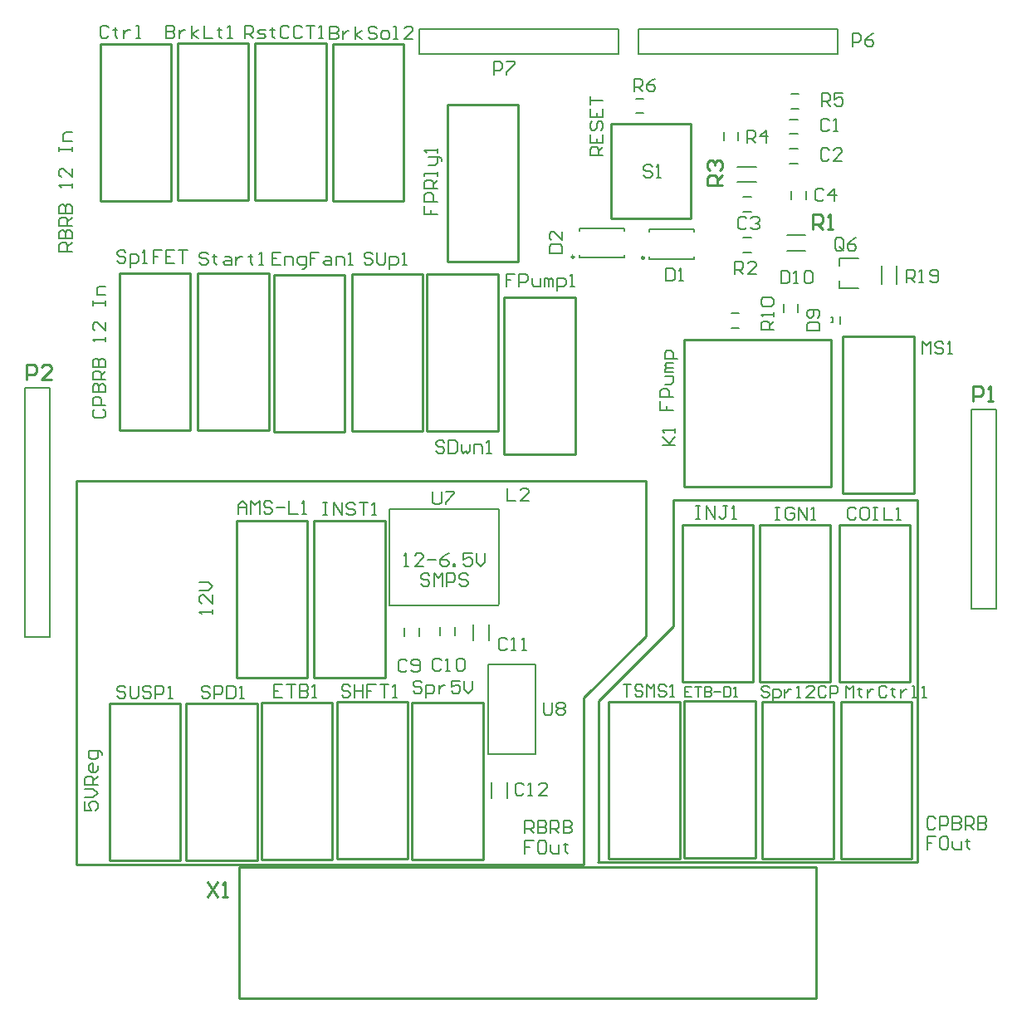
<source format=gto>
G04*
G04 #@! TF.GenerationSoftware,Altium Limited,Altium Designer,18.0.11 (651)*
G04*
G04 Layer_Color=65535*
%FSLAX44Y44*%
%MOMM*%
G71*
G01*
G75*
%ADD10C,0.2500*%
%ADD11C,0.2000*%
%ADD12C,0.2540*%
%ADD13C,0.2032*%
D10*
X1071824Y1521176D02*
G03*
X1071824Y1521176I-1250J0D01*
G01*
X1143452Y1520160D02*
G03*
X1143452Y1520160I-1250J0D01*
G01*
D11*
X914100Y1728300D02*
Y1753700D01*
X1117300D01*
Y1728300D02*
Y1753700D01*
X914100Y1728300D02*
X1117300D01*
X1137300D02*
Y1753700D01*
X1340500D01*
Y1728300D02*
Y1753700D01*
X1137300Y1728300D02*
X1340500D01*
X1288948Y1543180D02*
X1307948D01*
X1288948Y1527680D02*
X1307948D01*
X1292000Y1661500D02*
X1300000D01*
X1292000Y1646500D02*
X1300000D01*
X1224500Y1640000D02*
Y1648000D01*
X1239500Y1640000D02*
Y1648000D01*
X1238402Y1612776D02*
X1257402D01*
X1238402Y1597276D02*
X1257402D01*
X1135000Y1682500D02*
X1143000D01*
X1135000Y1667500D02*
X1143000D01*
X1244664Y1525644D02*
X1252664D01*
X1244664Y1540644D02*
X1252664D01*
X1244664Y1582300D02*
X1252664D01*
X1244664Y1567300D02*
X1252664D01*
X1293500Y1580000D02*
Y1588000D01*
X1308500Y1580000D02*
Y1588000D01*
X1292000Y1616500D02*
X1300000D01*
X1292000Y1631500D02*
X1300000D01*
X1077074Y1520176D02*
X1123074D01*
X1077074Y1550176D02*
X1123074D01*
Y1520176D02*
Y1522676D01*
X1077074Y1520176D02*
Y1522676D01*
X1123074Y1547676D02*
Y1550176D01*
X1077074Y1547676D02*
Y1550176D01*
X1300360Y1464882D02*
Y1472882D01*
X1285360Y1464882D02*
Y1472882D01*
X1400940Y1493164D02*
Y1512164D01*
X1385440Y1493164D02*
Y1512164D01*
X1232434Y1448682D02*
X1240434D01*
X1232434Y1463682D02*
X1240434D01*
X537700Y1133700D02*
Y1368650D01*
Y1387700D01*
X512300D02*
X537700D01*
X512300Y1133700D02*
Y1387700D01*
Y1133700D02*
X537700D01*
X1477300Y1365500D02*
X1502700D01*
Y1162300D02*
Y1365500D01*
X1477300Y1162300D02*
X1502700D01*
X1477300D02*
Y1365500D01*
X1342796Y1488947D02*
Y1496688D01*
Y1511688D02*
Y1519422D01*
X1003934Y969138D02*
Y985138D01*
X987934Y969138D02*
Y985138D01*
X913772Y1134682D02*
Y1142682D01*
X898772Y1134682D02*
Y1142682D01*
X950094Y1135444D02*
Y1143444D01*
X935094Y1135444D02*
Y1143444D01*
X968884Y1129920D02*
Y1145920D01*
X984884Y1129920D02*
Y1145920D01*
X1293000Y1672500D02*
X1301000D01*
X1293000Y1687500D02*
X1301000D01*
X1148702Y1546660D02*
Y1549160D01*
X1194702Y1546660D02*
Y1549160D01*
X1148702Y1519160D02*
Y1521660D01*
X1194702Y1519160D02*
Y1521660D01*
X1148702Y1549160D02*
X1194702D01*
X1148702Y1519160D02*
X1194702D01*
X1440664Y948225D02*
X1438498Y950391D01*
X1434166D01*
X1432000Y948225D01*
Y939561D01*
X1434166Y937395D01*
X1438498D01*
X1440664Y939561D01*
X1444996Y937395D02*
Y950391D01*
X1451494D01*
X1453660Y948225D01*
Y943893D01*
X1451494Y941727D01*
X1444996D01*
X1457992Y950391D02*
Y937395D01*
X1464489D01*
X1466655Y939561D01*
Y941727D01*
X1464489Y943893D01*
X1457992D01*
X1464489D01*
X1466655Y946059D01*
Y948225D01*
X1464489Y950391D01*
X1457992D01*
X1470987Y937395D02*
Y950391D01*
X1477485D01*
X1479651Y948225D01*
Y943893D01*
X1477485Y941727D01*
X1470987D01*
X1475319D02*
X1479651Y937395D01*
X1483983Y950391D02*
Y937395D01*
X1490481D01*
X1492647Y939561D01*
Y941727D01*
X1490481Y943893D01*
X1483983D01*
X1490481D01*
X1492647Y946059D01*
Y948225D01*
X1490481Y950391D01*
X1483983D01*
X1440664Y929996D02*
X1432000D01*
Y923498D01*
X1436332D01*
X1432000D01*
Y917000D01*
X1451494Y929996D02*
X1447162D01*
X1444996Y927830D01*
Y919166D01*
X1447162Y917000D01*
X1451494D01*
X1453660Y919166D01*
Y927830D01*
X1451494Y929996D01*
X1457992Y925664D02*
Y919166D01*
X1460158Y917000D01*
X1466655D01*
Y925664D01*
X1473153Y927830D02*
Y925664D01*
X1470987D01*
X1475319D01*
X1473153D01*
Y919166D01*
X1475319Y917000D01*
X1022000Y933395D02*
Y946391D01*
X1028498D01*
X1030664Y944225D01*
Y939893D01*
X1028498Y937727D01*
X1022000D01*
X1026332D02*
X1030664Y933395D01*
X1034996Y946391D02*
Y933395D01*
X1041494D01*
X1043660Y935561D01*
Y937727D01*
X1041494Y939893D01*
X1034996D01*
X1041494D01*
X1043660Y942059D01*
Y944225D01*
X1041494Y946391D01*
X1034996D01*
X1047992Y933395D02*
Y946391D01*
X1054490D01*
X1056656Y944225D01*
Y939893D01*
X1054490Y937727D01*
X1047992D01*
X1052324D02*
X1056656Y933395D01*
X1060987Y946391D02*
Y933395D01*
X1067485D01*
X1069651Y935561D01*
Y937727D01*
X1067485Y939893D01*
X1060987D01*
X1067485D01*
X1069651Y942059D01*
Y944225D01*
X1067485Y946391D01*
X1060987D01*
X1030664Y925996D02*
X1022000D01*
Y919498D01*
X1026332D01*
X1022000D01*
Y913000D01*
X1041494Y925996D02*
X1037162D01*
X1034996Y923830D01*
Y915166D01*
X1037162Y913000D01*
X1041494D01*
X1043660Y915166D01*
Y923830D01*
X1041494Y925996D01*
X1047992Y921664D02*
Y915166D01*
X1050158Y913000D01*
X1056656D01*
Y921664D01*
X1063153Y923830D02*
Y921664D01*
X1060987D01*
X1065319D01*
X1063153D01*
Y915166D01*
X1065319Y913000D01*
X898631Y1205876D02*
X902963D01*
X900797D01*
Y1218872D01*
X898631Y1216706D01*
X918125Y1205876D02*
X909461D01*
X918125Y1214540D01*
Y1216706D01*
X915959Y1218872D01*
X911627D01*
X909461Y1216706D01*
X922457Y1212374D02*
X931121D01*
X944116Y1218872D02*
X939784Y1216706D01*
X935452Y1212374D01*
Y1208042D01*
X937618Y1205876D01*
X941950D01*
X944116Y1208042D01*
Y1210208D01*
X941950Y1212374D01*
X935452D01*
X948448Y1205876D02*
Y1208042D01*
X950614D01*
Y1205876D01*
X948448D01*
X967942Y1218872D02*
X959278D01*
Y1212374D01*
X963610Y1214540D01*
X965776D01*
X967942Y1212374D01*
Y1208042D01*
X965776Y1205876D01*
X961444D01*
X959278Y1208042D01*
X972274Y1218872D02*
Y1210208D01*
X976606Y1205876D01*
X980938Y1210208D01*
Y1218872D01*
X924623Y1196311D02*
X922457Y1198477D01*
X918125D01*
X915959Y1196311D01*
Y1194145D01*
X918125Y1191979D01*
X922457D01*
X924623Y1189813D01*
Y1187647D01*
X922457Y1185481D01*
X918125D01*
X915959Y1187647D01*
X928955Y1185481D02*
Y1198477D01*
X933287Y1194145D01*
X937618Y1198477D01*
Y1185481D01*
X941950D02*
Y1198477D01*
X948448D01*
X950614Y1196311D01*
Y1191979D01*
X948448Y1189813D01*
X941950D01*
X963610Y1196311D02*
X961444Y1198477D01*
X957112D01*
X954946Y1196311D01*
Y1194145D01*
X957112Y1191979D01*
X961444D01*
X963610Y1189813D01*
Y1187647D01*
X961444Y1185481D01*
X957112D01*
X954946Y1187647D01*
X1160004Y1373664D02*
Y1365000D01*
X1166502D01*
Y1369332D01*
Y1365000D01*
X1173000D01*
Y1377996D02*
X1160004D01*
Y1384494D01*
X1162170Y1386660D01*
X1166502D01*
X1168668Y1384494D01*
Y1377996D01*
X1164336Y1390992D02*
X1170834D01*
X1173000Y1393158D01*
Y1399655D01*
X1164336D01*
X1173000Y1403987D02*
X1164336D01*
Y1406153D01*
X1166502Y1408319D01*
X1173000D01*
X1166502D01*
X1164336Y1410485D01*
X1166502Y1412651D01*
X1173000D01*
X1177332Y1416983D02*
X1164336D01*
Y1423481D01*
X1166502Y1425647D01*
X1170834D01*
X1173000Y1423481D01*
Y1416983D01*
X573004Y965664D02*
Y957000D01*
X579502D01*
X577336Y961332D01*
Y963498D01*
X579502Y965664D01*
X583834D01*
X586000Y963498D01*
Y959166D01*
X583834Y957000D01*
X573004Y969996D02*
X581668D01*
X586000Y974328D01*
X581668Y978660D01*
X573004D01*
X586000Y982992D02*
X573004D01*
Y989490D01*
X575170Y991656D01*
X579502D01*
X581668Y989490D01*
Y982992D01*
Y987324D02*
X586000Y991656D01*
Y1002485D02*
Y998153D01*
X583834Y995987D01*
X579502D01*
X577336Y998153D01*
Y1002485D01*
X579502Y1004651D01*
X581668D01*
Y995987D01*
X590332Y1013315D02*
Y1015481D01*
X588166Y1017647D01*
X577336D01*
Y1011149D01*
X579502Y1008983D01*
X583834D01*
X586000Y1011149D01*
Y1017647D01*
X703000Y1157000D02*
Y1161332D01*
Y1159166D01*
X690004D01*
X692170Y1157000D01*
X703000Y1176494D02*
Y1167830D01*
X694336Y1176494D01*
X692170D01*
X690004Y1174328D01*
Y1169996D01*
X692170Y1167830D01*
X690004Y1180826D02*
X698668D01*
X703000Y1185158D01*
X698668Y1189490D01*
X690004D01*
X559816Y1526794D02*
X546820D01*
Y1533292D01*
X548986Y1535458D01*
X553318D01*
X555484Y1533292D01*
Y1526794D01*
Y1531126D02*
X559816Y1535458D01*
X546820Y1539790D02*
X559816D01*
Y1546288D01*
X557650Y1548454D01*
X555484D01*
X553318Y1546288D01*
Y1539790D01*
Y1546288D01*
X551152Y1548454D01*
X548986D01*
X546820Y1546288D01*
Y1539790D01*
X559816Y1552786D02*
X546820D01*
Y1559283D01*
X548986Y1561449D01*
X553318D01*
X555484Y1559283D01*
Y1552786D01*
Y1557118D02*
X559816Y1561449D01*
X546820Y1565781D02*
X559816D01*
Y1572279D01*
X557650Y1574445D01*
X555484D01*
X553318Y1572279D01*
Y1565781D01*
Y1572279D01*
X551152Y1574445D01*
X548986D01*
X546820Y1572279D01*
Y1565781D01*
X559816Y1591773D02*
Y1596105D01*
Y1593939D01*
X546820D01*
X548986Y1591773D01*
X559816Y1611267D02*
Y1602603D01*
X551152Y1611267D01*
X548986D01*
X546820Y1609101D01*
Y1604769D01*
X548986Y1602603D01*
X546820Y1628595D02*
Y1632926D01*
Y1630760D01*
X559816D01*
Y1628595D01*
Y1632926D01*
Y1639424D02*
X551152D01*
Y1645922D01*
X553318Y1648088D01*
X559816D01*
X583170Y1365664D02*
X581004Y1363498D01*
Y1359166D01*
X583170Y1357000D01*
X591834D01*
X594000Y1359166D01*
Y1363498D01*
X591834Y1365664D01*
X594000Y1369996D02*
X581004D01*
Y1376494D01*
X583170Y1378660D01*
X587502D01*
X589668Y1376494D01*
Y1369996D01*
X581004Y1382992D02*
X594000D01*
Y1389489D01*
X591834Y1391655D01*
X589668D01*
X587502Y1389489D01*
Y1382992D01*
Y1389489D01*
X585336Y1391655D01*
X583170D01*
X581004Y1389489D01*
Y1382992D01*
X594000Y1395987D02*
X581004D01*
Y1402485D01*
X583170Y1404651D01*
X587502D01*
X589668Y1402485D01*
Y1395987D01*
Y1400319D02*
X594000Y1404651D01*
X581004Y1408983D02*
X594000D01*
Y1415481D01*
X591834Y1417647D01*
X589668D01*
X587502Y1415481D01*
Y1408983D01*
Y1415481D01*
X585336Y1417647D01*
X583170D01*
X581004Y1415481D01*
Y1408983D01*
X594000Y1434975D02*
Y1439307D01*
Y1437141D01*
X581004D01*
X583170Y1434975D01*
X594000Y1454469D02*
Y1445805D01*
X585336Y1454469D01*
X583170D01*
X581004Y1452303D01*
Y1447971D01*
X583170Y1445805D01*
X581004Y1471796D02*
Y1476128D01*
Y1473962D01*
X594000D01*
Y1471796D01*
Y1476128D01*
Y1482626D02*
X585336D01*
Y1489124D01*
X587502Y1491290D01*
X594000D01*
X1101344Y1624330D02*
X1088348D01*
Y1630828D01*
X1090514Y1632994D01*
X1094846D01*
X1097012Y1630828D01*
Y1624330D01*
Y1628662D02*
X1101344Y1632994D01*
X1088348Y1645990D02*
Y1637326D01*
X1101344D01*
Y1645990D01*
X1094846Y1637326D02*
Y1641658D01*
X1090514Y1658985D02*
X1088348Y1656819D01*
Y1652488D01*
X1090514Y1650322D01*
X1092680D01*
X1094846Y1652488D01*
Y1656819D01*
X1097012Y1658985D01*
X1099178D01*
X1101344Y1656819D01*
Y1652488D01*
X1099178Y1650322D01*
X1088348Y1671981D02*
Y1663317D01*
X1101344D01*
Y1671981D01*
X1094846Y1663317D02*
Y1667649D01*
X1088348Y1676313D02*
Y1684977D01*
Y1680645D01*
X1101344D01*
X990000Y1707000D02*
Y1719996D01*
X996498D01*
X998664Y1717830D01*
Y1713498D01*
X996498Y1711332D01*
X990000D01*
X1002996Y1719996D02*
X1011660D01*
Y1717830D01*
X1002996Y1709166D01*
Y1707000D01*
X1427000Y1422000D02*
Y1434996D01*
X1431332Y1430664D01*
X1435664Y1434996D01*
Y1422000D01*
X1448660Y1432830D02*
X1446494Y1434996D01*
X1442162D01*
X1439996Y1432830D01*
Y1430664D01*
X1442162Y1428498D01*
X1446494D01*
X1448660Y1426332D01*
Y1424166D01*
X1446494Y1422000D01*
X1442162D01*
X1439996Y1424166D01*
X1452992Y1422000D02*
X1457324D01*
X1455158D01*
Y1434996D01*
X1452992Y1432830D01*
X1162004Y1329000D02*
X1175000D01*
X1170668D01*
X1162004Y1337664D01*
X1168502Y1331166D01*
X1175000Y1337664D01*
Y1341996D02*
Y1346328D01*
Y1344162D01*
X1162004D01*
X1164170Y1341996D01*
X1133000Y1690000D02*
Y1702996D01*
X1139498D01*
X1141664Y1700830D01*
Y1696498D01*
X1139498Y1694332D01*
X1133000D01*
X1137332D02*
X1141664Y1690000D01*
X1154660Y1702996D02*
X1150328Y1700830D01*
X1145996Y1696498D01*
Y1692166D01*
X1148162Y1690000D01*
X1152494D01*
X1154660Y1692166D01*
Y1694332D01*
X1152494Y1696498D01*
X1145996D01*
X1151664Y1612808D02*
X1149498Y1614974D01*
X1145166D01*
X1143000Y1612808D01*
Y1610642D01*
X1145166Y1608476D01*
X1149498D01*
X1151664Y1606310D01*
Y1604144D01*
X1149498Y1601978D01*
X1145166D01*
X1143000Y1604144D01*
X1155996Y1601978D02*
X1160328D01*
X1158162D01*
Y1614974D01*
X1155996Y1612808D01*
X1355740Y1735920D02*
Y1748916D01*
X1362238D01*
X1364404Y1746750D01*
Y1742418D01*
X1362238Y1740252D01*
X1355740D01*
X1377400Y1748916D02*
X1373068Y1746750D01*
X1368736Y1742418D01*
Y1738086D01*
X1370902Y1735920D01*
X1375234D01*
X1377400Y1738086D01*
Y1740252D01*
X1375234Y1742418D01*
X1368736D01*
X729442Y1259162D02*
Y1267826D01*
X733774Y1272158D01*
X738106Y1267826D01*
Y1259162D01*
Y1265660D01*
X729442D01*
X742438Y1259162D02*
Y1272158D01*
X746770Y1267826D01*
X751102Y1272158D01*
Y1259162D01*
X764098Y1269992D02*
X761932Y1272158D01*
X757600D01*
X755434Y1269992D01*
Y1267826D01*
X757600Y1265660D01*
X761932D01*
X764098Y1263494D01*
Y1261328D01*
X761932Y1259162D01*
X757600D01*
X755434Y1261328D01*
X768429Y1265660D02*
X777093D01*
X781425Y1272158D02*
Y1259162D01*
X790089D01*
X794421D02*
X798753D01*
X796587D01*
Y1272158D01*
X794421Y1269992D01*
X656000Y1756996D02*
Y1744000D01*
X662498D01*
X664664Y1746166D01*
Y1748332D01*
X662498Y1750498D01*
X656000D01*
X662498D01*
X664664Y1752664D01*
Y1754830D01*
X662498Y1756996D01*
X656000D01*
X668996Y1752664D02*
Y1744000D01*
Y1748332D01*
X671162Y1750498D01*
X673328Y1752664D01*
X675494D01*
X681992Y1744000D02*
Y1756996D01*
Y1748332D02*
X688490Y1752664D01*
X681992Y1748332D02*
X688490Y1744000D01*
X694987Y1756996D02*
Y1744000D01*
X703651D01*
X710149Y1754830D02*
Y1752664D01*
X707983D01*
X712315D01*
X710149D01*
Y1746166D01*
X712315Y1744000D01*
X718813D02*
X723145D01*
X720979D01*
Y1756996D01*
X718813Y1754830D01*
X823000Y1755996D02*
Y1743000D01*
X829498D01*
X831664Y1745166D01*
Y1747332D01*
X829498Y1749498D01*
X823000D01*
X829498D01*
X831664Y1751664D01*
Y1753830D01*
X829498Y1755996D01*
X823000D01*
X835996Y1751664D02*
Y1743000D01*
Y1747332D01*
X838162Y1749498D01*
X840328Y1751664D01*
X842494D01*
X848992Y1743000D02*
Y1755996D01*
Y1747332D02*
X855490Y1751664D01*
X848992Y1747332D02*
X855490Y1743000D01*
X870651Y1753830D02*
X868485Y1755996D01*
X864153D01*
X861987Y1753830D01*
Y1751664D01*
X864153Y1749498D01*
X868485D01*
X870651Y1747332D01*
Y1745166D01*
X868485Y1743000D01*
X864153D01*
X861987Y1745166D01*
X877149Y1743000D02*
X881481D01*
X883647Y1745166D01*
Y1749498D01*
X881481Y1751664D01*
X877149D01*
X874983Y1749498D01*
Y1745166D01*
X877149Y1743000D01*
X887979D02*
X892311D01*
X890145D01*
Y1755996D01*
X887979D01*
X907473Y1743000D02*
X898809D01*
X907473Y1751664D01*
Y1753830D01*
X905307Y1755996D01*
X900975D01*
X898809Y1753830D01*
X1332164Y1659830D02*
X1329998Y1661996D01*
X1325666D01*
X1323500Y1659830D01*
Y1651166D01*
X1325666Y1649000D01*
X1329998D01*
X1332164Y1651166D01*
X1336496Y1649000D02*
X1340828D01*
X1338662D01*
Y1661996D01*
X1336496Y1659830D01*
X1332164Y1629830D02*
X1329998Y1631996D01*
X1325666D01*
X1323500Y1629830D01*
Y1621166D01*
X1325666Y1619000D01*
X1329998D01*
X1332164Y1621166D01*
X1345160Y1619000D02*
X1336496D01*
X1345160Y1627664D01*
Y1629830D01*
X1342994Y1631996D01*
X1338662D01*
X1336496Y1629830D01*
X1247930Y1559976D02*
X1245764Y1562142D01*
X1241432D01*
X1239266Y1559976D01*
Y1551312D01*
X1241432Y1549146D01*
X1245764D01*
X1247930Y1551312D01*
X1252262Y1559976D02*
X1254428Y1562142D01*
X1258760D01*
X1260926Y1559976D01*
Y1557810D01*
X1258760Y1555644D01*
X1256594D01*
X1258760D01*
X1260926Y1553478D01*
Y1551312D01*
X1258760Y1549146D01*
X1254428D01*
X1252262Y1551312D01*
X1326682Y1588734D02*
X1324516Y1590900D01*
X1320184D01*
X1318018Y1588734D01*
Y1580070D01*
X1320184Y1577904D01*
X1324516D01*
X1326682Y1580070D01*
X1337512Y1577904D02*
Y1590900D01*
X1331014Y1584402D01*
X1339678D01*
X901664Y1108830D02*
X899498Y1110996D01*
X895166D01*
X893000Y1108830D01*
Y1100166D01*
X895166Y1098000D01*
X899498D01*
X901664Y1100166D01*
X905996D02*
X908162Y1098000D01*
X912494D01*
X914660Y1100166D01*
Y1108830D01*
X912494Y1110996D01*
X908162D01*
X905996Y1108830D01*
Y1106664D01*
X908162Y1104498D01*
X914660D01*
X936664Y1109830D02*
X934498Y1111996D01*
X930166D01*
X928000Y1109830D01*
Y1101166D01*
X930166Y1099000D01*
X934498D01*
X936664Y1101166D01*
X940996Y1099000D02*
X945328D01*
X943162D01*
Y1111996D01*
X940996Y1109830D01*
X951826D02*
X953992Y1111996D01*
X958324D01*
X960490Y1109830D01*
Y1101166D01*
X958324Y1099000D01*
X953992D01*
X951826Y1101166D01*
Y1109830D01*
X1003664Y1130830D02*
X1001498Y1132996D01*
X997166D01*
X995000Y1130830D01*
Y1122166D01*
X997166Y1120000D01*
X1001498D01*
X1003664Y1122166D01*
X1007996Y1120000D02*
X1012328D01*
X1010162D01*
Y1132996D01*
X1007996Y1130830D01*
X1018826Y1120000D02*
X1023158D01*
X1020992D01*
Y1132996D01*
X1018826Y1130830D01*
X1020664Y982830D02*
X1018498Y984996D01*
X1014166D01*
X1012000Y982830D01*
Y974166D01*
X1014166Y972000D01*
X1018498D01*
X1020664Y974166D01*
X1024996Y972000D02*
X1029328D01*
X1027162D01*
Y984996D01*
X1024996Y982830D01*
X1044490Y972000D02*
X1035826D01*
X1044490Y980664D01*
Y982830D01*
X1042324Y984996D01*
X1037992D01*
X1035826Y982830D01*
X1359664Y1263830D02*
X1357498Y1265996D01*
X1353166D01*
X1351000Y1263830D01*
Y1255166D01*
X1353166Y1253000D01*
X1357498D01*
X1359664Y1255166D01*
X1370494Y1265996D02*
X1366162D01*
X1363996Y1263830D01*
Y1255166D01*
X1366162Y1253000D01*
X1370494D01*
X1372660Y1255166D01*
Y1263830D01*
X1370494Y1265996D01*
X1376992D02*
X1381324D01*
X1379158D01*
Y1253000D01*
X1376992D01*
X1381324D01*
X1387821Y1265996D02*
Y1253000D01*
X1396485D01*
X1400817D02*
X1405149D01*
X1402983D01*
Y1265996D01*
X1400817Y1263830D01*
X1165860Y1509564D02*
Y1496568D01*
X1172358D01*
X1174524Y1498734D01*
Y1507398D01*
X1172358Y1509564D01*
X1165860D01*
X1178856Y1496568D02*
X1183188D01*
X1181022D01*
Y1509564D01*
X1178856Y1507398D01*
X1046758Y1525176D02*
X1059754D01*
Y1531674D01*
X1057588Y1533840D01*
X1048924D01*
X1046758Y1531674D01*
Y1525176D01*
X1059754Y1546836D02*
Y1538172D01*
X1051090Y1546836D01*
X1048924D01*
X1046758Y1544670D01*
Y1540338D01*
X1048924Y1538172D01*
X1309456Y1445944D02*
X1322452D01*
Y1452442D01*
X1320286Y1454608D01*
X1311622D01*
X1309456Y1452442D01*
Y1445944D01*
X1320286Y1458940D02*
X1322452Y1461106D01*
Y1465438D01*
X1320286Y1467604D01*
X1311622D01*
X1309456Y1465438D01*
Y1461106D01*
X1311622Y1458940D01*
X1313788D01*
X1315954Y1461106D01*
Y1467604D01*
X1282860Y1506878D02*
Y1493882D01*
X1289358D01*
X1291524Y1496048D01*
Y1504712D01*
X1289358Y1506878D01*
X1282860D01*
X1295856Y1493882D02*
X1300188D01*
X1298022D01*
Y1506878D01*
X1295856Y1504712D01*
X1306686D02*
X1308852Y1506878D01*
X1313183D01*
X1315349Y1504712D01*
Y1496048D01*
X1313183Y1493882D01*
X1308852D01*
X1306686Y1496048D01*
Y1504712D01*
X772664Y1525996D02*
X764000D01*
Y1513000D01*
X772664D01*
X764000Y1519498D02*
X768332D01*
X776996Y1513000D02*
Y1521664D01*
X783494D01*
X785660Y1519498D01*
Y1513000D01*
X794324Y1508668D02*
X796489D01*
X798655Y1510834D01*
Y1521664D01*
X792158D01*
X789992Y1519498D01*
Y1515166D01*
X792158Y1513000D01*
X798655D01*
X811651Y1525996D02*
X802987D01*
Y1519498D01*
X807319D01*
X802987D01*
Y1513000D01*
X818149Y1521664D02*
X822481D01*
X824647Y1519498D01*
Y1513000D01*
X818149D01*
X815983Y1515166D01*
X818149Y1517332D01*
X824647D01*
X828979Y1513000D02*
Y1521664D01*
X835477D01*
X837643Y1519498D01*
Y1513000D01*
X841975D02*
X846307D01*
X844141D01*
Y1525996D01*
X841975Y1523830D01*
X774664Y1084996D02*
X766000D01*
Y1072000D01*
X774664D01*
X766000Y1078498D02*
X770332D01*
X778996Y1084996D02*
X787660D01*
X783328D01*
Y1072000D01*
X791992Y1084996D02*
Y1072000D01*
X798490D01*
X800656Y1074166D01*
Y1076332D01*
X798490Y1078498D01*
X791992D01*
X798490D01*
X800656Y1080664D01*
Y1082830D01*
X798490Y1084996D01*
X791992D01*
X804987Y1072000D02*
X809319D01*
X807153D01*
Y1084996D01*
X804987Y1082830D01*
X1191665Y1082997D02*
X1185000D01*
Y1073000D01*
X1191665D01*
X1185000Y1077998D02*
X1188332D01*
X1194997Y1082997D02*
X1201661D01*
X1198329D01*
Y1073000D01*
X1204994Y1082997D02*
Y1073000D01*
X1209992D01*
X1211658Y1074666D01*
Y1076332D01*
X1209992Y1077998D01*
X1204994D01*
X1209992D01*
X1211658Y1079665D01*
Y1081331D01*
X1209992Y1082997D01*
X1204994D01*
X1214990Y1077998D02*
X1221655D01*
X1224987Y1082997D02*
Y1073000D01*
X1229986D01*
X1231652Y1074666D01*
Y1081331D01*
X1229986Y1082997D01*
X1224987D01*
X1234984Y1073000D02*
X1238316D01*
X1236650D01*
Y1082997D01*
X1234984Y1081331D01*
X1011664Y1503996D02*
X1003000D01*
Y1497498D01*
X1007332D01*
X1003000D01*
Y1491000D01*
X1015996D02*
Y1503996D01*
X1022494D01*
X1024660Y1501830D01*
Y1497498D01*
X1022494Y1495332D01*
X1015996D01*
X1028992Y1499664D02*
Y1493166D01*
X1031158Y1491000D01*
X1037655D01*
Y1499664D01*
X1041987Y1491000D02*
Y1499664D01*
X1044153D01*
X1046319Y1497498D01*
Y1491000D01*
Y1497498D01*
X1048485Y1499664D01*
X1050651Y1497498D01*
Y1491000D01*
X1054983Y1486668D02*
Y1499664D01*
X1061481D01*
X1063647Y1497498D01*
Y1493166D01*
X1061481Y1491000D01*
X1054983D01*
X1067979D02*
X1072311D01*
X1070145D01*
Y1503996D01*
X1067979Y1501830D01*
X1277000Y1265996D02*
X1281332D01*
X1279166D01*
Y1253000D01*
X1277000D01*
X1281332D01*
X1296494Y1263830D02*
X1294328Y1265996D01*
X1289996D01*
X1287830Y1263830D01*
Y1255166D01*
X1289996Y1253000D01*
X1294328D01*
X1296494Y1255166D01*
Y1259498D01*
X1292162D01*
X1300826Y1253000D02*
Y1265996D01*
X1309489Y1253000D01*
Y1265996D01*
X1313822Y1253000D02*
X1318153D01*
X1315987D01*
Y1265996D01*
X1313822Y1263830D01*
X1196000Y1266996D02*
X1200332D01*
X1198166D01*
Y1254000D01*
X1196000D01*
X1200332D01*
X1206830D02*
Y1266996D01*
X1215494Y1254000D01*
Y1266996D01*
X1228490D02*
X1224158D01*
X1226323D01*
Y1256166D01*
X1224158Y1254000D01*
X1221992D01*
X1219826Y1256166D01*
X1232821Y1254000D02*
X1237153D01*
X1234987D01*
Y1266996D01*
X1232821Y1264830D01*
X815992Y1270666D02*
X820324D01*
X818158D01*
Y1257670D01*
X815992D01*
X820324D01*
X826822D02*
Y1270666D01*
X835486Y1257670D01*
Y1270666D01*
X848482Y1268500D02*
X846316Y1270666D01*
X841984D01*
X839818Y1268500D01*
Y1266334D01*
X841984Y1264168D01*
X846316D01*
X848482Y1262002D01*
Y1259836D01*
X846316Y1257670D01*
X841984D01*
X839818Y1259836D01*
X852813Y1270666D02*
X861477D01*
X857145D01*
Y1257670D01*
X865809D02*
X870141D01*
X867975D01*
Y1270666D01*
X865809Y1268500D01*
X1004006Y1285248D02*
Y1272252D01*
X1012670D01*
X1025666D02*
X1017002D01*
X1025666Y1280916D01*
Y1283082D01*
X1023500Y1285248D01*
X1019168D01*
X1017002Y1283082D01*
X1349000Y1072000D02*
Y1083996D01*
X1352999Y1079997D01*
X1356997Y1083996D01*
Y1072000D01*
X1362995Y1081997D02*
Y1079997D01*
X1360996D01*
X1364995D01*
X1362995D01*
Y1073999D01*
X1364995Y1072000D01*
X1370993Y1079997D02*
Y1072000D01*
Y1075999D01*
X1372992Y1077998D01*
X1374992Y1079997D01*
X1376991D01*
X1390986Y1081997D02*
X1388987Y1083996D01*
X1384988D01*
X1382989Y1081997D01*
Y1073999D01*
X1384988Y1072000D01*
X1388987D01*
X1390986Y1073999D01*
X1396985Y1081997D02*
Y1079997D01*
X1394985D01*
X1398984D01*
X1396985D01*
Y1073999D01*
X1398984Y1072000D01*
X1404982Y1079997D02*
Y1072000D01*
Y1075999D01*
X1406981Y1077998D01*
X1408981Y1079997D01*
X1410980D01*
X1416978Y1072000D02*
X1420977D01*
X1418977D01*
Y1083996D01*
X1416978D01*
X1426975Y1072000D02*
X1430974D01*
X1428974D01*
Y1083996D01*
X1426975Y1081997D01*
X1346488Y1529676D02*
Y1538340D01*
X1344322Y1540506D01*
X1339990D01*
X1337824Y1538340D01*
Y1529676D01*
X1339990Y1527510D01*
X1344322D01*
X1342156Y1531842D02*
X1346488Y1527510D01*
X1344322D02*
X1346488Y1529676D01*
X1359484Y1540506D02*
X1355152Y1538340D01*
X1350820Y1534008D01*
Y1529676D01*
X1352986Y1527510D01*
X1357318D01*
X1359484Y1529676D01*
Y1531842D01*
X1357318Y1534008D01*
X1350820D01*
X1248100Y1637244D02*
Y1650240D01*
X1254598D01*
X1256764Y1648074D01*
Y1643742D01*
X1254598Y1641576D01*
X1248100D01*
X1252432D02*
X1256764Y1637244D01*
X1267594D02*
Y1650240D01*
X1261096Y1643742D01*
X1269760D01*
X1235964Y1503680D02*
Y1516676D01*
X1242462D01*
X1244628Y1514510D01*
Y1510178D01*
X1242462Y1508012D01*
X1235964D01*
X1240296D02*
X1244628Y1503680D01*
X1257624D02*
X1248960D01*
X1257624Y1512344D01*
Y1514510D01*
X1255458Y1516676D01*
X1251126D01*
X1248960Y1514510D01*
X1324500Y1675000D02*
Y1687996D01*
X1330998D01*
X1333164Y1685830D01*
Y1681498D01*
X1330998Y1679332D01*
X1324500D01*
X1328832D02*
X1333164Y1675000D01*
X1346160Y1687996D02*
X1337496D01*
Y1681498D01*
X1341828Y1683664D01*
X1343994D01*
X1346160Y1681498D01*
Y1677166D01*
X1343994Y1675000D01*
X1339662D01*
X1337496Y1677166D01*
X1275550Y1447038D02*
X1262554D01*
Y1453536D01*
X1264720Y1455702D01*
X1269052D01*
X1271218Y1453536D01*
Y1447038D01*
Y1451370D02*
X1275550Y1455702D01*
Y1460034D02*
Y1464366D01*
Y1462200D01*
X1262554D01*
X1264720Y1460034D01*
Y1470864D02*
X1262554Y1473030D01*
Y1477361D01*
X1264720Y1479527D01*
X1273384D01*
X1275550Y1477361D01*
Y1473030D01*
X1273384Y1470864D01*
X1264720D01*
X1411000Y1495000D02*
Y1507996D01*
X1417498D01*
X1419664Y1505830D01*
Y1501498D01*
X1417498Y1499332D01*
X1411000D01*
X1415332D02*
X1419664Y1495000D01*
X1423996D02*
X1428328D01*
X1426162D01*
Y1507996D01*
X1423996Y1505830D01*
X1434826Y1497166D02*
X1436992Y1495000D01*
X1441324D01*
X1443490Y1497166D01*
Y1505830D01*
X1441324Y1507996D01*
X1436992D01*
X1434826Y1505830D01*
Y1503664D01*
X1436992Y1501498D01*
X1443490D01*
X919404Y1573356D02*
Y1564692D01*
X925902D01*
Y1569024D01*
Y1564692D01*
X932400D01*
Y1577688D02*
X919404D01*
Y1584186D01*
X921570Y1586352D01*
X925902D01*
X928068Y1584186D01*
Y1577688D01*
X932400Y1590684D02*
X919404D01*
Y1597182D01*
X921570Y1599348D01*
X925902D01*
X928068Y1597182D01*
Y1590684D01*
Y1595016D02*
X932400Y1599348D01*
Y1603679D02*
Y1608011D01*
Y1605845D01*
X919404D01*
Y1603679D01*
X923736Y1614509D02*
X930234D01*
X932400Y1616675D01*
Y1623173D01*
X934566D01*
X936732Y1621007D01*
Y1618841D01*
X932400Y1623173D02*
X923736D01*
X932400Y1627505D02*
Y1631837D01*
Y1629671D01*
X919404D01*
X921570Y1627505D01*
X736000Y1744000D02*
Y1756996D01*
X742498D01*
X744664Y1754830D01*
Y1750498D01*
X742498Y1748332D01*
X736000D01*
X740332D02*
X744664Y1744000D01*
X748996D02*
X755494D01*
X757660Y1746166D01*
X755494Y1748332D01*
X751162D01*
X748996Y1750498D01*
X751162Y1752664D01*
X757660D01*
X764158Y1754830D02*
Y1752664D01*
X761992D01*
X766324D01*
X764158D01*
Y1746166D01*
X766324Y1744000D01*
X781485Y1754830D02*
X779319Y1756996D01*
X774987D01*
X772821Y1754830D01*
Y1746166D01*
X774987Y1744000D01*
X779319D01*
X781485Y1746166D01*
X794481Y1754830D02*
X792315Y1756996D01*
X787983D01*
X785817Y1754830D01*
Y1746166D01*
X787983Y1744000D01*
X792315D01*
X794481Y1746166D01*
X798813Y1756996D02*
X807477D01*
X803145D01*
Y1744000D01*
X811809D02*
X816141D01*
X813975D01*
Y1756996D01*
X811809Y1754830D01*
X843664Y1082830D02*
X841498Y1084996D01*
X837166D01*
X835000Y1082830D01*
Y1080664D01*
X837166Y1078498D01*
X841498D01*
X843664Y1076332D01*
Y1074166D01*
X841498Y1072000D01*
X837166D01*
X835000Y1074166D01*
X847996Y1084996D02*
Y1072000D01*
Y1078498D01*
X856660D01*
Y1084996D01*
Y1072000D01*
X869656Y1084996D02*
X860992D01*
Y1078498D01*
X865324D01*
X860992D01*
Y1072000D01*
X873987Y1084996D02*
X882651D01*
X878319D01*
Y1072000D01*
X886983D02*
X891315D01*
X889149D01*
Y1084996D01*
X886983Y1082830D01*
X939664Y1331830D02*
X937498Y1333996D01*
X933166D01*
X931000Y1331830D01*
Y1329664D01*
X933166Y1327498D01*
X937498D01*
X939664Y1325332D01*
Y1323166D01*
X937498Y1321000D01*
X933166D01*
X931000Y1323166D01*
X943996Y1333996D02*
Y1321000D01*
X950494D01*
X952660Y1323166D01*
Y1331830D01*
X950494Y1333996D01*
X943996D01*
X956992Y1329664D02*
Y1323166D01*
X959158Y1321000D01*
X961324Y1323166D01*
X963490Y1321000D01*
X965656Y1323166D01*
Y1329664D01*
X969987Y1321000D02*
Y1329664D01*
X976485D01*
X978651Y1327498D01*
Y1321000D01*
X982983D02*
X987315D01*
X985149D01*
Y1333996D01*
X982983Y1331830D01*
X866664Y1523830D02*
X864498Y1525996D01*
X860166D01*
X858000Y1523830D01*
Y1521664D01*
X860166Y1519498D01*
X864498D01*
X866664Y1517332D01*
Y1515166D01*
X864498Y1513000D01*
X860166D01*
X858000Y1515166D01*
X870996Y1525996D02*
Y1515166D01*
X873162Y1513000D01*
X877494D01*
X879660Y1515166D01*
Y1525996D01*
X883992Y1508668D02*
Y1521664D01*
X890490D01*
X892655Y1519498D01*
Y1515166D01*
X890490Y1513000D01*
X883992D01*
X896987D02*
X901319D01*
X899153D01*
Y1525996D01*
X896987Y1523830D01*
X597330Y1754950D02*
X595164Y1757116D01*
X590832D01*
X588666Y1754950D01*
Y1746286D01*
X590832Y1744120D01*
X595164D01*
X597330Y1746286D01*
X603828Y1754950D02*
Y1752784D01*
X601662D01*
X605994D01*
X603828D01*
Y1746286D01*
X605994Y1744120D01*
X612492Y1752784D02*
Y1744120D01*
Y1748452D01*
X614658Y1750618D01*
X616824Y1752784D01*
X618989D01*
X625487Y1744120D02*
X629819D01*
X627653D01*
Y1757116D01*
X625487D01*
X916664Y1086830D02*
X914498Y1088996D01*
X910166D01*
X908000Y1086830D01*
Y1084664D01*
X910166Y1082498D01*
X914498D01*
X916664Y1080332D01*
Y1078166D01*
X914498Y1076000D01*
X910166D01*
X908000Y1078166D01*
X920996Y1071668D02*
Y1084664D01*
X927494D01*
X929660Y1082498D01*
Y1078166D01*
X927494Y1076000D01*
X920996D01*
X933992Y1084664D02*
Y1076000D01*
Y1080332D01*
X936158Y1082498D01*
X938324Y1084664D01*
X940490D01*
X955651Y1088996D02*
X946987D01*
Y1082498D01*
X951319Y1084664D01*
X953485D01*
X955651Y1082498D01*
Y1078166D01*
X953485Y1076000D01*
X949153D01*
X946987Y1078166D01*
X959983Y1088996D02*
Y1080332D01*
X964315Y1076000D01*
X968647Y1080332D01*
Y1088996D01*
X614664Y1525830D02*
X612498Y1527996D01*
X608166D01*
X606000Y1525830D01*
Y1523664D01*
X608166Y1521498D01*
X612498D01*
X614664Y1519332D01*
Y1517166D01*
X612498Y1515000D01*
X608166D01*
X606000Y1517166D01*
X618996Y1510668D02*
Y1523664D01*
X625494D01*
X627660Y1521498D01*
Y1517166D01*
X625494Y1515000D01*
X618996D01*
X631992D02*
X636324D01*
X634158D01*
Y1527996D01*
X631992Y1525830D01*
X651485Y1527996D02*
X642821D01*
Y1521498D01*
X647153D01*
X642821D01*
Y1515000D01*
X664481Y1527996D02*
X655817D01*
Y1515000D01*
X664481D01*
X655817Y1521498D02*
X660149D01*
X668813Y1527996D02*
X677477D01*
X673145D01*
Y1515000D01*
X700664Y1081830D02*
X698498Y1083996D01*
X694166D01*
X692000Y1081830D01*
Y1079664D01*
X694166Y1077498D01*
X698498D01*
X700664Y1075332D01*
Y1073166D01*
X698498Y1071000D01*
X694166D01*
X692000Y1073166D01*
X704996Y1071000D02*
Y1083996D01*
X711494D01*
X713660Y1081830D01*
Y1077498D01*
X711494Y1075332D01*
X704996D01*
X717992Y1083996D02*
Y1071000D01*
X724490D01*
X726656Y1073166D01*
Y1081830D01*
X724490Y1083996D01*
X717992D01*
X730987Y1071000D02*
X735319D01*
X733153D01*
Y1083996D01*
X730987Y1081830D01*
X1270997Y1081997D02*
X1268998Y1083996D01*
X1264999D01*
X1263000Y1081997D01*
Y1079997D01*
X1264999Y1077998D01*
X1268998D01*
X1270997Y1075999D01*
Y1073999D01*
X1268998Y1072000D01*
X1264999D01*
X1263000Y1073999D01*
X1274996Y1068001D02*
Y1079997D01*
X1280994D01*
X1282993Y1077998D01*
Y1073999D01*
X1280994Y1072000D01*
X1274996D01*
X1286992Y1079997D02*
Y1072000D01*
Y1075999D01*
X1288992Y1077998D01*
X1290991Y1079997D01*
X1292990D01*
X1298988Y1072000D02*
X1302987D01*
X1300988D01*
Y1083996D01*
X1298988Y1081997D01*
X1316983Y1072000D02*
X1308985D01*
X1316983Y1079997D01*
Y1081997D01*
X1314983Y1083996D01*
X1310984D01*
X1308985Y1081997D01*
X1328979D02*
X1326979Y1083996D01*
X1322981D01*
X1320981Y1081997D01*
Y1073999D01*
X1322981Y1072000D01*
X1326979D01*
X1328979Y1073999D01*
X1332977Y1072000D02*
Y1083996D01*
X1338975D01*
X1340975Y1081997D01*
Y1077998D01*
X1338975Y1075999D01*
X1332977D01*
X698664Y1523830D02*
X696498Y1525996D01*
X692166D01*
X690000Y1523830D01*
Y1521664D01*
X692166Y1519498D01*
X696498D01*
X698664Y1517332D01*
Y1515166D01*
X696498Y1513000D01*
X692166D01*
X690000Y1515166D01*
X705162Y1523830D02*
Y1521664D01*
X702996D01*
X707328D01*
X705162D01*
Y1515166D01*
X707328Y1513000D01*
X715992Y1521664D02*
X720323D01*
X722489Y1519498D01*
Y1513000D01*
X715992D01*
X713826Y1515166D01*
X715992Y1517332D01*
X722489D01*
X726821Y1521664D02*
Y1513000D01*
Y1517332D01*
X728987Y1519498D01*
X731153Y1521664D01*
X733319D01*
X741983Y1523830D02*
Y1521664D01*
X739817D01*
X744149D01*
X741983D01*
Y1515166D01*
X744149Y1513000D01*
X750647D02*
X754979D01*
X752813D01*
Y1525996D01*
X750647Y1523830D01*
X614664Y1081830D02*
X612498Y1083996D01*
X608166D01*
X606000Y1081830D01*
Y1079664D01*
X608166Y1077498D01*
X612498D01*
X614664Y1075332D01*
Y1073166D01*
X612498Y1071000D01*
X608166D01*
X606000Y1073166D01*
X618996Y1083996D02*
Y1073166D01*
X621162Y1071000D01*
X625494D01*
X627660Y1073166D01*
Y1083996D01*
X640656Y1081830D02*
X638489Y1083996D01*
X634158D01*
X631992Y1081830D01*
Y1079664D01*
X634158Y1077498D01*
X638489D01*
X640656Y1075332D01*
Y1073166D01*
X638489Y1071000D01*
X634158D01*
X631992Y1073166D01*
X644987Y1071000D02*
Y1083996D01*
X651485D01*
X653651Y1081830D01*
Y1077498D01*
X651485Y1075332D01*
X644987D01*
X657983Y1071000D02*
X662315D01*
X660149D01*
Y1083996D01*
X657983Y1081830D01*
X1122000Y1084996D02*
X1129997D01*
X1125999D01*
Y1073000D01*
X1141993Y1082997D02*
X1139994Y1084996D01*
X1135995D01*
X1133996Y1082997D01*
Y1080997D01*
X1135995Y1078998D01*
X1139994D01*
X1141993Y1076999D01*
Y1074999D01*
X1139994Y1073000D01*
X1135995D01*
X1133996Y1074999D01*
X1145992Y1073000D02*
Y1084996D01*
X1149991Y1080997D01*
X1153990Y1084996D01*
Y1073000D01*
X1165986Y1082997D02*
X1163986Y1084996D01*
X1159988D01*
X1157988Y1082997D01*
Y1080997D01*
X1159988Y1078998D01*
X1163986D01*
X1165986Y1076999D01*
Y1074999D01*
X1163986Y1073000D01*
X1159988D01*
X1157988Y1074999D01*
X1169985Y1073000D02*
X1173983D01*
X1171984D01*
Y1084996D01*
X1169985Y1082997D01*
X928000Y1281996D02*
Y1271166D01*
X930166Y1269000D01*
X934498D01*
X936664Y1271166D01*
Y1281996D01*
X940996D02*
X949660D01*
Y1279830D01*
X940996Y1271166D01*
Y1269000D01*
X1041000Y1066996D02*
Y1056166D01*
X1043166Y1054000D01*
X1047498D01*
X1049664Y1056166D01*
Y1066996D01*
X1053996Y1064830D02*
X1056162Y1066996D01*
X1060494D01*
X1062660Y1064830D01*
Y1062664D01*
X1060494Y1060498D01*
X1062660Y1058332D01*
Y1056166D01*
X1060494Y1054000D01*
X1056162D01*
X1053996Y1056166D01*
Y1058332D01*
X1056162Y1060498D01*
X1053996Y1062664D01*
Y1064830D01*
X1056162Y1060498D02*
X1060494D01*
D12*
X1318650Y888250D02*
Y898800D01*
X730350Y888250D02*
Y898800D01*
X1318650D01*
Y775900D02*
Y888250D01*
X730350Y775900D02*
Y888250D01*
Y765200D02*
X1318650D01*
X730350D02*
Y775900D01*
X1318650Y765200D02*
Y775900D01*
X1081786Y902000D02*
Y1071626D01*
X1144778Y1134618D01*
Y1149361D02*
Y1293000D01*
X1096518Y944880D02*
Y1068518D01*
X1172972Y1144972D01*
Y1273000D01*
X1345946Y1280160D02*
X1418336D01*
X1345946D02*
Y1440180D01*
X1418336Y1280160D02*
Y1440180D01*
X1345946D02*
X1418336D01*
X1184078Y1286548D02*
Y1436548D01*
Y1286548D02*
X1334078D01*
X1184078Y1436548D02*
X1334078D01*
Y1286548D02*
Y1436548D01*
X1422400Y903986D02*
Y943998D01*
X1096518Y905510D02*
Y944880D01*
X1109980Y1560322D02*
Y1656842D01*
X1191260D01*
Y1560322D02*
Y1656842D01*
X1109980Y1560322D02*
X1191260D01*
X676402Y906272D02*
X748792D01*
X676402D02*
Y1066292D01*
X748792Y906272D02*
Y1066292D01*
X676402D02*
X748792D01*
X598170Y906272D02*
X670560D01*
X598170D02*
Y1066292D01*
X670560Y906272D02*
Y1066292D01*
X598170D02*
X670560D01*
X752856Y906780D02*
X825246D01*
X752856D02*
Y1066800D01*
X825246Y906780D02*
Y1066800D01*
X752856D02*
X825246D01*
X830072Y907542D02*
X902462D01*
X830072D02*
Y1067562D01*
X902462Y907542D02*
Y1067562D01*
X830072D02*
X902462D01*
X906780Y906780D02*
X979170D01*
X906780D02*
Y1066800D01*
X979170Y906780D02*
Y1066800D01*
X906780D02*
X979170D01*
X564500Y902000D02*
Y1293000D01*
X1144778D01*
Y1134618D02*
Y1149361D01*
X564500Y902000D02*
X1081786D01*
X806696Y1092520D02*
X879086D01*
X806696D02*
Y1252540D01*
X879086Y1092520D02*
Y1252540D01*
X806696D02*
X879086D01*
X727660Y1092520D02*
X800050D01*
X727660D02*
Y1252540D01*
X800050Y1092520D02*
Y1252540D01*
X727660D02*
X800050D01*
X1172972Y1273000D02*
X1422400D01*
X1263904Y907796D02*
X1336294D01*
X1263904D02*
Y1067816D01*
X1336294Y907796D02*
Y1067816D01*
X1263904D02*
X1336294D01*
X1343914Y907796D02*
X1416304D01*
X1343914D02*
Y1067816D01*
X1416304Y907796D02*
Y1067816D01*
X1343914D02*
X1416304D01*
X1096504Y904000D02*
X1421504D01*
X1422400Y943998D02*
Y1273000D01*
X1184402Y908812D02*
X1256792D01*
X1184402D02*
Y1068832D01*
X1256792Y908812D02*
Y1068832D01*
X1184402D02*
X1256792D01*
X942660Y1516520D02*
X1015050D01*
X942660D02*
Y1676540D01*
X1015050Y1516520D02*
Y1676540D01*
X942660D02*
X1015050D01*
X588660Y1578460D02*
X661050D01*
X588660D02*
Y1738480D01*
X661050Y1578460D02*
Y1738480D01*
X588660D02*
X661050D01*
X667258Y1578610D02*
X739648D01*
X667258D02*
Y1738630D01*
X739648Y1578610D02*
Y1738630D01*
X667258D02*
X739648D01*
X746760Y1579118D02*
X819150D01*
X746760D02*
Y1739138D01*
X819150Y1579118D02*
Y1739138D01*
X746760D02*
X819150D01*
X1107186Y907796D02*
X1179576D01*
X1107186D02*
Y1067816D01*
X1179576Y907796D02*
Y1067816D01*
X1107186D02*
X1179576D01*
X1182164Y1087520D02*
X1254554D01*
X1182164D02*
Y1247540D01*
X1254554Y1087520D02*
Y1247540D01*
X1182164D02*
X1254554D01*
X1261164Y1087520D02*
X1333554D01*
X1261164D02*
Y1247540D01*
X1333554Y1087520D02*
Y1247540D01*
X1261164D02*
X1333554D01*
X1342164Y1087520D02*
X1414554D01*
X1342164D02*
Y1247540D01*
X1414554Y1087520D02*
Y1247540D01*
X1342164D02*
X1414554D01*
X1000760Y1320038D02*
X1073150D01*
X1000760D02*
Y1480058D01*
X1073150Y1320038D02*
Y1480058D01*
X1000760D02*
X1073150D01*
X688086Y1344676D02*
X760476D01*
X688086D02*
Y1504696D01*
X760476Y1344676D02*
Y1504696D01*
X688086D02*
X760476D01*
X765810Y1343152D02*
X838200D01*
X765810D02*
Y1503172D01*
X838200Y1343152D02*
Y1503172D01*
X765810D02*
X838200D01*
X845058Y1343914D02*
X917448D01*
X845058D02*
Y1503934D01*
X917448Y1343914D02*
Y1503934D01*
X845058D02*
X917448D01*
X825696Y1578460D02*
X898086D01*
X825696D02*
Y1738480D01*
X898086Y1578460D02*
Y1738480D01*
X825696D02*
X898086D01*
X922020Y1343660D02*
X994410D01*
X922020D02*
Y1503680D01*
X994410Y1343660D02*
Y1503680D01*
X922020D02*
X994410D01*
X608330Y1344676D02*
X680720D01*
X608330D02*
Y1504696D01*
X680720Y1344676D02*
Y1504696D01*
X608330D02*
X680720D01*
X698000Y884235D02*
X708157Y869000D01*
Y884235D02*
X698000Y869000D01*
X713235D02*
X718313D01*
X715774D01*
Y884235D01*
X713235Y881696D01*
X1223000Y1594000D02*
X1207765D01*
Y1601617D01*
X1210304Y1604157D01*
X1215383D01*
X1217922Y1601617D01*
Y1594000D01*
Y1599078D02*
X1223000Y1604157D01*
X1210304Y1609235D02*
X1207765Y1611774D01*
Y1616853D01*
X1210304Y1619392D01*
X1212843D01*
X1215383Y1616853D01*
Y1614313D01*
Y1616853D01*
X1217922Y1619392D01*
X1220461D01*
X1223000Y1616853D01*
Y1611774D01*
X1220461Y1609235D01*
X1315000Y1549000D02*
Y1564235D01*
X1322617D01*
X1325157Y1561696D01*
Y1556617D01*
X1322617Y1554078D01*
X1315000D01*
X1320078D02*
X1325157Y1549000D01*
X1330235D02*
X1335313D01*
X1332774D01*
Y1564235D01*
X1330235Y1561696D01*
X513842Y1396238D02*
Y1411473D01*
X521460D01*
X523999Y1408934D01*
Y1403855D01*
X521460Y1401316D01*
X513842D01*
X539234Y1396238D02*
X529077D01*
X539234Y1406395D01*
Y1408934D01*
X536695Y1411473D01*
X531616D01*
X529077Y1408934D01*
X1478788Y1374140D02*
Y1389375D01*
X1486405D01*
X1488945Y1386836D01*
Y1381758D01*
X1486405Y1379218D01*
X1478788D01*
X1494023Y1374140D02*
X1499101D01*
X1496562D01*
Y1389375D01*
X1494023Y1386836D01*
D13*
X1342796Y1519422D02*
X1361527D01*
X1342796Y1488947D02*
X1361532D01*
X983996Y1105408D02*
X1032256D01*
X983996Y1013968D02*
Y1105408D01*
Y1013968D02*
X1032256D01*
Y1105408D01*
X883920Y1263650D02*
X995680D01*
Y1167130D02*
Y1263650D01*
X994410Y1165860D02*
X995680Y1167130D01*
X883920Y1165860D02*
X994410D01*
X883920D02*
Y1263650D01*
X1334372Y1459484D02*
X1335642D01*
X1334372Y1454404D02*
X1335642D01*
X1343262Y1456944D02*
Y1460754D01*
Y1453134D02*
Y1456944D01*
X1335642Y1454404D02*
Y1459484D01*
M02*

</source>
